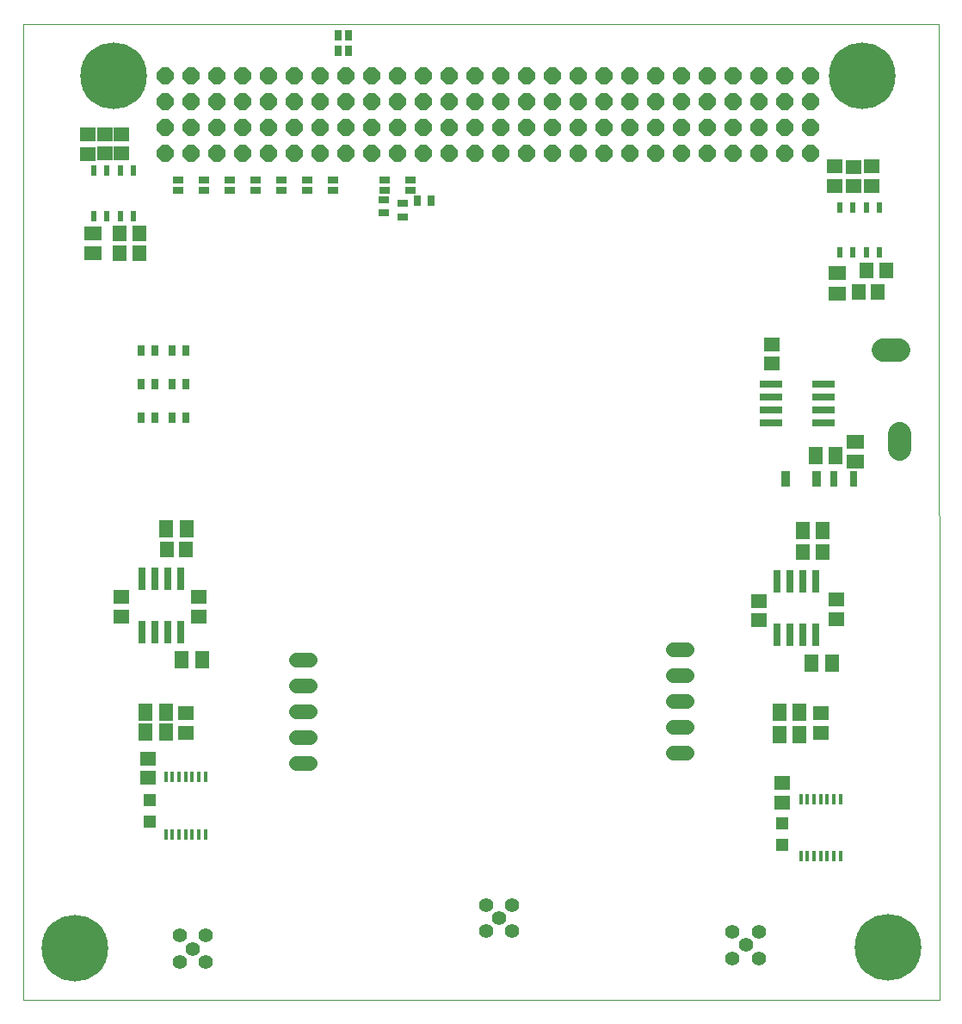
<source format=gbs>
G75*
%MOIN*%
%OFA0B0*%
%FSLAX24Y24*%
%IPPOS*%
%LPD*%
%AMOC8*
5,1,8,0,0,1.08239X$1,22.5*
%
%ADD10C,0.0000*%
%ADD11R,0.0552X0.0670*%
%ADD12R,0.0355X0.0591*%
%ADD13R,0.0670X0.0552*%
%ADD14R,0.0316X0.0631*%
%ADD15R,0.0512X0.0512*%
%ADD16R,0.0394X0.0316*%
%ADD17R,0.0631X0.0552*%
%ADD18R,0.0552X0.0631*%
%ADD19R,0.0316X0.0394*%
%ADD20R,0.0270X0.0440*%
%ADD21R,0.0440X0.0270*%
%ADD22C,0.0555*%
%ADD23OC8,0.0634*%
%ADD24R,0.0178X0.0434*%
%ADD25R,0.0296X0.0906*%
%ADD26C,0.0560*%
%ADD27R,0.0906X0.0276*%
%ADD28C,0.0906*%
%ADD29R,0.0217X0.0434*%
%ADD30C,0.2580*%
D10*
X000500Y000494D02*
X000500Y038246D01*
X035988Y038246D01*
X036008Y000494D01*
X000500Y000494D01*
D11*
X005256Y010850D03*
X005256Y011600D03*
X006044Y011600D03*
X006044Y010850D03*
X006656Y013650D03*
X007444Y013650D03*
X006844Y018700D03*
X006056Y018700D03*
X029806Y011600D03*
X030594Y011600D03*
X030594Y010750D03*
X029806Y010750D03*
X031056Y013500D03*
X031844Y013500D03*
X031494Y018650D03*
X030706Y018650D03*
X031206Y021550D03*
X031994Y021550D03*
D12*
X031260Y020650D03*
X030040Y020650D03*
D13*
X032750Y021306D03*
X032750Y022094D03*
X032039Y027829D03*
X032039Y028616D03*
X003197Y029376D03*
X003197Y030163D03*
D14*
X031926Y020650D03*
X032674Y020650D03*
D15*
X029900Y007313D03*
X029900Y006487D03*
X005400Y007387D03*
X005400Y008213D03*
D16*
X014485Y030944D03*
X014485Y031456D03*
X015200Y031306D03*
X015200Y030794D03*
D17*
X004303Y033238D03*
X003665Y033238D03*
X003008Y033222D03*
X003008Y033970D03*
X003665Y033986D03*
X004303Y033986D03*
X004300Y016074D03*
X004300Y015326D03*
X007300Y015326D03*
X007300Y016074D03*
X006800Y011574D03*
X006800Y010826D03*
X005350Y009824D03*
X005350Y009076D03*
X029000Y015176D03*
X029000Y015924D03*
X032000Y015974D03*
X032000Y015226D03*
X031400Y011574D03*
X031400Y010826D03*
X029900Y008874D03*
X029900Y008126D03*
X029500Y025100D03*
X029500Y025848D03*
X031961Y031990D03*
X032677Y031982D03*
X033366Y031986D03*
X033366Y032734D03*
X032677Y032730D03*
X031961Y032738D03*
D18*
X033181Y028703D03*
X033929Y028703D03*
X033622Y027868D03*
X032874Y027868D03*
X031474Y017800D03*
X030726Y017800D03*
X006824Y017900D03*
X006076Y017900D03*
X005008Y029376D03*
X004260Y029376D03*
X004256Y030148D03*
X005004Y030148D03*
D19*
X005094Y025600D03*
X005606Y025600D03*
X006294Y025600D03*
X006806Y025600D03*
X006806Y024300D03*
X006294Y024300D03*
X005606Y024300D03*
X005094Y024300D03*
X005094Y023000D03*
X005606Y023000D03*
X006294Y023000D03*
X006806Y023000D03*
X015794Y031400D03*
X016306Y031400D03*
D20*
X013100Y037200D03*
X012700Y037200D03*
X012700Y037800D03*
X013100Y037800D03*
D21*
X012500Y032200D03*
X012500Y031800D03*
X011500Y031800D03*
X011500Y032200D03*
X010500Y032200D03*
X010500Y031800D03*
X009500Y031800D03*
X009500Y032200D03*
X008500Y032200D03*
X008500Y031800D03*
X007500Y031800D03*
X007500Y032200D03*
X006500Y032200D03*
X006500Y031800D03*
X014500Y031800D03*
X014500Y032200D03*
X015500Y032200D03*
X015500Y031800D03*
D22*
X018438Y004162D03*
X018950Y003650D03*
X019462Y003138D03*
X019462Y004162D03*
X018438Y003138D03*
X027988Y003112D03*
X028500Y002600D03*
X027988Y002088D03*
X029012Y002088D03*
X029012Y003112D03*
X007586Y002970D03*
X007074Y002458D03*
X006563Y001946D03*
X007586Y001946D03*
X006563Y002970D03*
D23*
X007000Y033250D03*
X007000Y034250D03*
X007000Y035250D03*
X007000Y036250D03*
X006000Y036250D03*
X006000Y035250D03*
X006000Y034250D03*
X006000Y033250D03*
X008000Y033250D03*
X009000Y033250D03*
X009000Y034250D03*
X009000Y035250D03*
X008000Y035250D03*
X008000Y034250D03*
X008000Y036250D03*
X009000Y036250D03*
X010000Y036250D03*
X010000Y035250D03*
X010000Y034250D03*
X010000Y033250D03*
X011000Y033250D03*
X011000Y034250D03*
X011000Y035250D03*
X011000Y036250D03*
X012000Y036250D03*
X013000Y036250D03*
X013000Y035250D03*
X013000Y034250D03*
X012000Y034250D03*
X012000Y035250D03*
X012000Y033250D03*
X013000Y033250D03*
X014000Y033250D03*
X014000Y034250D03*
X014000Y035250D03*
X014000Y036250D03*
X015000Y036250D03*
X015000Y035250D03*
X015000Y034250D03*
X015000Y033250D03*
X016000Y033250D03*
X017000Y033250D03*
X017000Y034250D03*
X017000Y035250D03*
X016000Y035250D03*
X016000Y034250D03*
X016000Y036250D03*
X017000Y036250D03*
X018000Y036250D03*
X018000Y035250D03*
X018000Y034250D03*
X018000Y033250D03*
X019000Y033250D03*
X019000Y034250D03*
X019000Y035250D03*
X019000Y036250D03*
X020000Y036250D03*
X020000Y035250D03*
X020000Y034250D03*
X020000Y033250D03*
X021000Y033250D03*
X022000Y033250D03*
X022000Y034250D03*
X022000Y035250D03*
X021000Y035250D03*
X021000Y034250D03*
X021000Y036250D03*
X022000Y036250D03*
X023000Y036250D03*
X023000Y035250D03*
X023000Y034250D03*
X023000Y033250D03*
X024000Y033250D03*
X024000Y034250D03*
X024000Y035250D03*
X024000Y036250D03*
X025000Y036250D03*
X026000Y036250D03*
X026000Y035250D03*
X026000Y034250D03*
X025000Y034250D03*
X025000Y035250D03*
X025000Y033250D03*
X026000Y033250D03*
X027000Y033250D03*
X027000Y034250D03*
X027000Y035250D03*
X027000Y036250D03*
X028000Y036250D03*
X028000Y035250D03*
X028000Y034250D03*
X028000Y033250D03*
X029000Y033250D03*
X030000Y033250D03*
X030000Y034250D03*
X030000Y035250D03*
X029000Y035250D03*
X029000Y034250D03*
X029000Y036250D03*
X030000Y036250D03*
X031000Y036250D03*
X031000Y035250D03*
X031000Y034250D03*
X031000Y033250D03*
D24*
X030888Y008262D03*
X030632Y008262D03*
X031144Y008262D03*
X031400Y008262D03*
X031656Y008262D03*
X031912Y008262D03*
X032168Y008262D03*
X032168Y006038D03*
X031912Y006038D03*
X031656Y006038D03*
X031400Y006038D03*
X031144Y006038D03*
X030888Y006038D03*
X030632Y006038D03*
X007568Y006888D03*
X007312Y006888D03*
X007056Y006888D03*
X006800Y006888D03*
X006544Y006888D03*
X006288Y006888D03*
X006032Y006888D03*
X006032Y009112D03*
X006288Y009112D03*
X006544Y009112D03*
X006800Y009112D03*
X007056Y009112D03*
X007312Y009112D03*
X007568Y009112D03*
D25*
X006600Y014726D03*
X006100Y014726D03*
X005600Y014726D03*
X005100Y014726D03*
X005100Y016774D03*
X005600Y016774D03*
X006100Y016774D03*
X006600Y016774D03*
X029700Y016674D03*
X030200Y016674D03*
X030700Y016674D03*
X031200Y016674D03*
X031200Y014626D03*
X030700Y014626D03*
X030200Y014626D03*
X029700Y014626D03*
D26*
X026210Y014050D02*
X025690Y014050D01*
X025690Y013050D02*
X026210Y013050D01*
X026210Y012050D02*
X025690Y012050D01*
X025690Y011050D02*
X026210Y011050D01*
X026210Y010050D02*
X025690Y010050D01*
X011610Y009650D02*
X011090Y009650D01*
X011090Y010650D02*
X011610Y010650D01*
X011610Y011650D02*
X011090Y011650D01*
X011090Y012650D02*
X011610Y012650D01*
X011610Y013650D02*
X011090Y013650D01*
D27*
X029480Y022823D03*
X029480Y023323D03*
X029480Y023823D03*
X029480Y024323D03*
X031528Y024323D03*
X031528Y023823D03*
X031528Y023323D03*
X031528Y022823D03*
D28*
X033823Y025644D02*
X034413Y025644D01*
X034457Y022411D02*
X034457Y021821D01*
D29*
X033681Y029411D03*
X033169Y029411D03*
X032657Y029411D03*
X032146Y029411D03*
X032146Y031152D03*
X032657Y031152D03*
X033169Y031152D03*
X033681Y031152D03*
X004776Y030833D03*
X004264Y030833D03*
X003752Y030833D03*
X003240Y030833D03*
X003240Y032573D03*
X003752Y032573D03*
X004264Y032573D03*
X004776Y032573D03*
D30*
X004004Y036250D03*
X032996Y036250D03*
X034000Y002506D03*
X002500Y002490D03*
M02*

</source>
